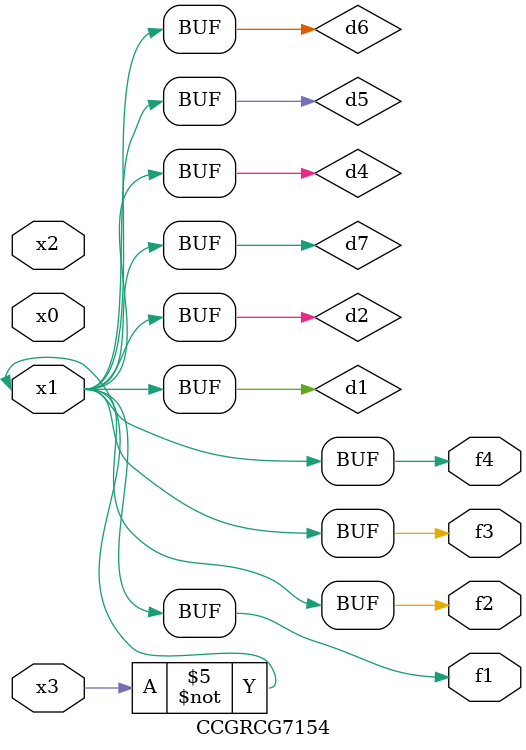
<source format=v>
module CCGRCG7154(
	input x0, x1, x2, x3,
	output f1, f2, f3, f4
);

	wire d1, d2, d3, d4, d5, d6, d7;

	not (d1, x3);
	buf (d2, x1);
	xnor (d3, d1, d2);
	nor (d4, d1);
	buf (d5, d1, d2);
	buf (d6, d4, d5);
	nand (d7, d4);
	assign f1 = d6;
	assign f2 = d7;
	assign f3 = d6;
	assign f4 = d6;
endmodule

</source>
